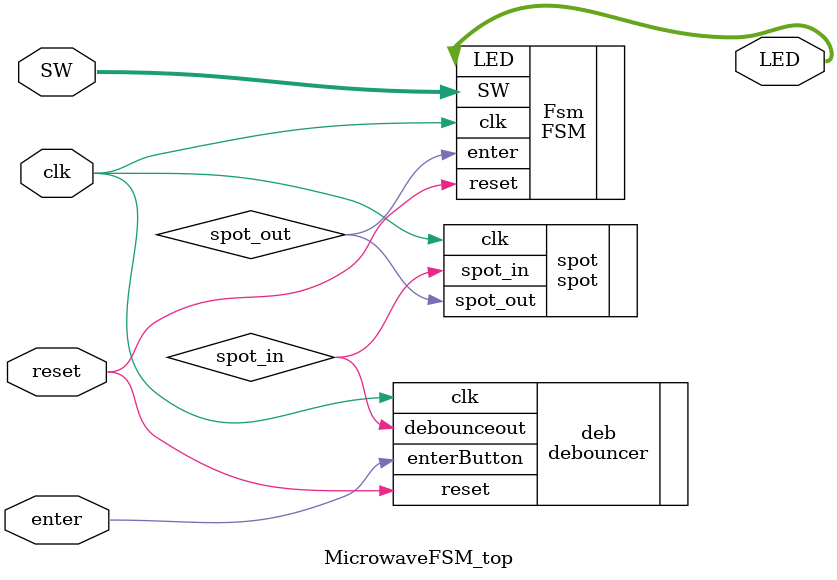
<source format=v>
`timescale 1ns / 1ps



module MicrowaveFSM_top(
    input wire clk,
    input wire reset,
    input wire enter,
    input wire [15:0] SW,
    output wire [15:0] LED
    );
    wire spot_in, spot_out;

    FSM Fsm (.clk(clk), .reset(reset), .enter(spot_out), .SW(SW), .LED(LED));
    debouncer deb (.enterButton(enter), .clk(clk), .debounceout(spot_in), .reset(reset));
    spot spot (.spot_in(spot_in), .spot_out(spot_out), .clk(clk));
endmodule 

</source>
